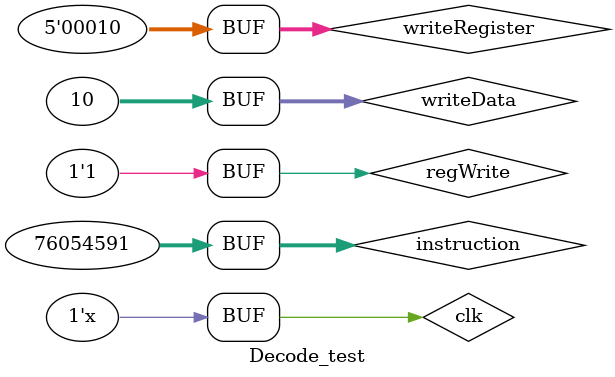
<source format=v>
`timescale 1ns / 1ps


module Decode_test;

	// Inputs
	reg [31:0] instruction;
	reg [31:0] writeData;
	reg [4:0] writeRegister;
	reg clk;
	reg regWrite;

	// Outputs
	wire [31:0] readData1;
	wire [31:0] readData2;
	wire [4:0] insaddress1;
	wire [4:0] insaddress2;
	wire [29:0] signExt;

	// Instantiate the Unit Under Test (UUT)
	decode uut (
		.instruction(instruction), 
		.writeData(writeData), 
		.writeRegister(writeRegister), 
		.clk(clk), 
		.regWrite(regWrite), 
		.readData1(readData1), 
		.readData2(readData2), 
		.insaddress1(insaddress1), 
		.insaddress2(insaddress2), 
		.signExt(signExt)
	);

	initial begin
		// Initialize Inputs
		instruction =32'b 000001_00100_01000_10000_00000_111111;
		writeData = 10;
		writeRegister = 2;
		clk = 0;
		regWrite = 1;
		// Wait 100 ns for global reset to finish
		#100;
        
		// Add stimulus here

	end
	always
	begin
		#50
		clk = ~clk;
	end
      
endmodule


</source>
